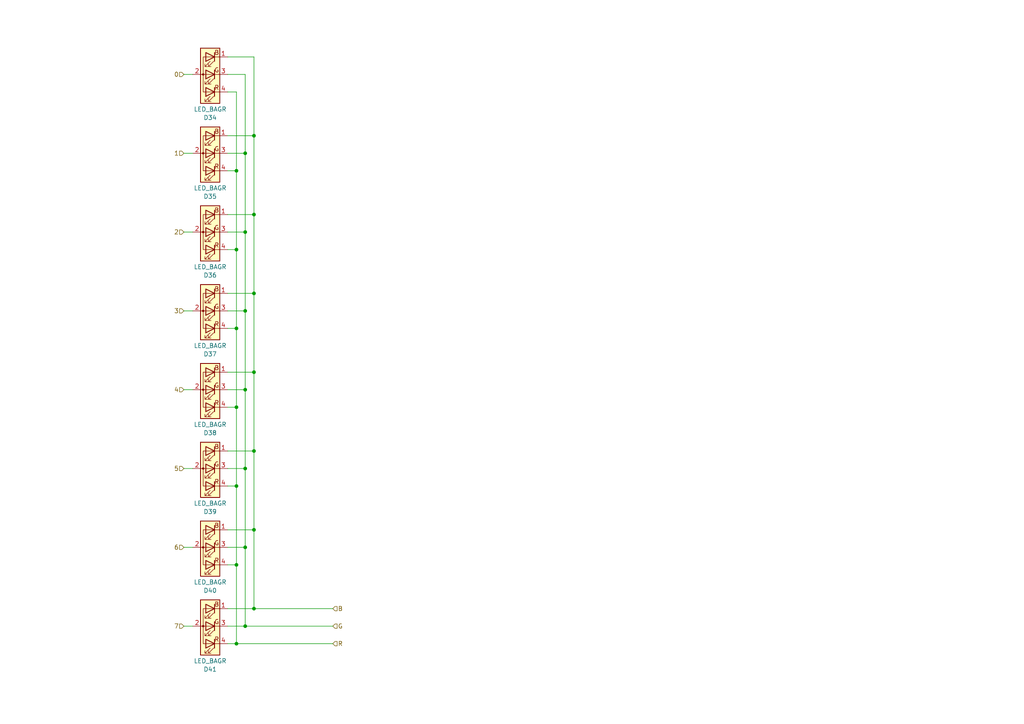
<source format=kicad_sch>
(kicad_sch (version 20230121) (generator eeschema)
  (paper "A4")
  (lib_symbols
    (symbol "Device:LED_BAGR" (pin_names (offset 0) hide)
      (property "Reference" "D" (at 0 9.398 0))
      (property "Value" "LED_BAGR" (at 0 -8.89 0))
      (symbol "LED_BAGR_0_0"
        (text "B" (at -1.905 -6.35 0) (effects (font (size 1.27 1.27))))
        (text "G" (at -1.905 -1.27 0) (effects (font (size 1.27 1.27))))
        (text "R" (at -1.905 3.81 0) (effects (font (size 1.27 1.27))))
      )
      (symbol "LED_BAGR_0_1"
        (polyline (pts (xy -1.27 -5.08) (xy -2.54 -5.08)))
        (polyline (pts (xy -1.27 -5.08) (xy 1.27 -5.08)))
        (polyline (pts (xy -1.27 -3.81) (xy -1.27 -6.35)) (stroke (width 0.254)))
        (polyline (pts (xy -1.27 0) (xy -2.54 0)))
        (polyline (pts (xy -1.27 1.27) (xy -1.27 -1.27)) (stroke (width 0.254)))
        (polyline (pts (xy -1.27 5.08) (xy -2.54 5.08)))
        (polyline (pts (xy -1.27 5.08) (xy 1.27 5.08)))
        (polyline (pts (xy -1.27 6.35) (xy -1.27 3.81)) (stroke (width 0.254)))
        (polyline (pts (xy 1.27 0) (xy -1.27 0)))
        (polyline (pts (xy 1.27 0) (xy 2.54 0)))
        (polyline (pts (xy -1.27 1.27) (xy -1.27 -1.27) (xy -1.27 -1.27)))
        (polyline (pts (xy -1.27 6.35) (xy -1.27 3.81) (xy -1.27 3.81)))
        (polyline (pts (xy 1.27 -5.08) (xy 2.032 -5.08) (xy 2.032 5.08) (xy 1.27 5.08)))
        (polyline (pts (xy 1.27 -3.81) (xy 1.27 -6.35) (xy -1.27 -5.08) (xy 1.27 -3.81)) (stroke (width 0.254)))
        (polyline (pts (xy 1.27 1.27) (xy 1.27 -1.27) (xy -1.27 0) (xy 1.27 1.27)) (stroke (width 0.254)))
        (polyline (pts (xy 1.27 6.35) (xy 1.27 3.81) (xy -1.27 5.08) (xy 1.27 6.35)) (stroke (width 0.254)))
        (polyline (pts (xy -1.016 -3.81) (xy 0.508 -2.286) (xy -0.254 -2.286) (xy 0.508 -2.286) (xy 0.508 -3.048)))
        (polyline (pts (xy -1.016 1.27) (xy 0.508 2.794) (xy -0.254 2.794) (xy 0.508 2.794) (xy 0.508 2.032)))
        (polyline (pts (xy -1.016 6.35) (xy 0.508 7.874) (xy -0.254 7.874) (xy 0.508 7.874) (xy 0.508 7.112)))
        (polyline (pts (xy 0 -3.81) (xy 1.524 -2.286) (xy 0.762 -2.286) (xy 1.524 -2.286) (xy 1.524 -3.048)))
        (polyline (pts (xy 0 1.27) (xy 1.524 2.794) (xy 0.762 2.794) (xy 1.524 2.794) (xy 1.524 2.032)))
        (polyline (pts (xy 0 6.35) (xy 1.524 7.874) (xy 0.762 7.874) (xy 1.524 7.874) (xy 1.524 7.112)))
        (rectangle (start 1.27 -1.27) (end 1.27 1.27))
        (rectangle (start 1.27 1.27) (end 1.27 1.27))
        (rectangle (start 1.27 3.81) (end 1.27 6.35))
        (rectangle (start 1.27 6.35) (end 1.27 6.35))
        (circle (center 2.032 0) (radius 0.254) (fill (type outline)))
        (rectangle (start 2.794 8.382) (end -2.794 -7.62) (stroke (width 0.254)) (fill (type background)))
      )
      (symbol "LED_BAGR_1_1"
        (pin passive line (at -5.08 -5.08 0) (length 2.54) (name "BK") (number "1"))
        (pin passive line (at 5.08 0 180) (length 2.54) (name "A") (number "2"))
        (pin passive line (at -5.08 0 0) (length 2.54) (name "GK") (number "3"))
        (pin passive line (at -5.08 5.08 0) (length 2.54) (name "RK") (number "4"))
      )
    )
  )
  (junction (at 71.12 67.31))
  (junction (at 73.66 130.81))
  (junction (at 73.66 62.23))
  (junction (at 71.12 135.89))
  (junction (at 68.58 49.53))
  (junction (at 73.66 107.95))
  (junction (at 71.12 113.03))
  (junction (at 68.58 72.39))
  (junction (at 71.12 90.17))
  (junction (at 71.12 181.61))
  (junction (at 68.58 163.83))
  (junction (at 68.58 118.11))
  (junction (at 73.66 85.09))
  (junction (at 68.58 95.25))
  (junction (at 68.58 140.97))
  (junction (at 73.66 39.37))
  (junction (at 73.66 153.67))
  (junction (at 71.12 158.75))
  (junction (at 73.66 176.53))
  (junction (at 68.58 186.69))
  (junction (at 71.12 44.45))
  (wire (pts (xy 73.66 107.95) (xy 73.66 85.09)))
  (wire (pts (xy 53.34 181.61) (xy 55.88 181.61)))
  (wire (pts (xy 71.12 135.89) (xy 66.04 135.89)))
  (wire (pts (xy 71.12 67.31) (xy 71.12 44.45)))
  (wire (pts (xy 73.66 176.53) (xy 96.52 176.53)))
  (wire (pts (xy 71.12 113.03) (xy 66.04 113.03)))
  (wire (pts (xy 53.34 135.89) (xy 55.88 135.89)))
  (wire (pts (xy 53.34 67.31) (xy 55.88 67.31)))
  (wire (pts (xy 66.04 140.97) (xy 68.58 140.97)))
  (wire (pts (xy 66.04 158.75) (xy 71.12 158.75)))
  (wire (pts (xy 68.58 26.67) (xy 66.04 26.67)))
  (wire (pts (xy 71.12 158.75) (xy 71.12 135.89)))
  (wire (pts (xy 68.58 186.69) (xy 96.52 186.69)))
  (wire (pts (xy 53.34 90.17) (xy 55.88 90.17)))
  (wire (pts (xy 66.04 181.61) (xy 71.12 181.61)))
  (wire (pts (xy 71.12 21.59) (xy 66.04 21.59)))
  (wire (pts (xy 68.58 118.11) (xy 68.58 95.25)))
  (wire (pts (xy 73.66 16.51) (xy 66.04 16.51)))
  (wire (pts (xy 71.12 90.17) (xy 71.12 67.31)))
  (wire (pts (xy 71.12 158.75) (xy 71.12 181.61)))
  (wire (pts (xy 73.66 107.95) (xy 66.04 107.95)))
  (wire (pts (xy 71.12 44.45) (xy 71.12 21.59)))
  (wire (pts (xy 66.04 153.67) (xy 73.66 153.67)))
  (wire (pts (xy 66.04 186.69) (xy 68.58 186.69)))
  (wire (pts (xy 68.58 72.39) (xy 68.58 49.53)))
  (wire (pts (xy 71.12 90.17) (xy 66.04 90.17)))
  (wire (pts (xy 73.66 62.23) (xy 73.66 39.37)))
  (wire (pts (xy 73.66 85.09) (xy 73.66 62.23)))
  (wire (pts (xy 71.12 44.45) (xy 66.04 44.45)))
  (wire (pts (xy 53.34 21.59) (xy 55.88 21.59)))
  (wire (pts (xy 71.12 181.61) (xy 96.52 181.61)))
  (wire (pts (xy 73.66 85.09) (xy 66.04 85.09)))
  (wire (pts (xy 71.12 67.31) (xy 66.04 67.31)))
  (wire (pts (xy 71.12 135.89) (xy 71.12 113.03)))
  (wire (pts (xy 73.66 39.37) (xy 73.66 16.51)))
  (wire (pts (xy 53.34 44.45) (xy 55.88 44.45)))
  (wire (pts (xy 68.58 49.53) (xy 66.04 49.53)))
  (wire (pts (xy 73.66 153.67) (xy 73.66 130.81)))
  (wire (pts (xy 73.66 130.81) (xy 66.04 130.81)))
  (wire (pts (xy 53.34 158.75) (xy 55.88 158.75)))
  (wire (pts (xy 73.66 130.81) (xy 73.66 107.95)))
  (wire (pts (xy 73.66 39.37) (xy 66.04 39.37)))
  (wire (pts (xy 68.58 49.53) (xy 68.58 26.67)))
  (wire (pts (xy 66.04 163.83) (xy 68.58 163.83)))
  (wire (pts (xy 68.58 118.11) (xy 66.04 118.11)))
  (wire (pts (xy 53.34 113.03) (xy 55.88 113.03)))
  (wire (pts (xy 73.66 153.67) (xy 73.66 176.53)))
  (wire (pts (xy 68.58 95.25) (xy 68.58 72.39)))
  (wire (pts (xy 68.58 72.39) (xy 66.04 72.39)))
  (wire (pts (xy 68.58 95.25) (xy 66.04 95.25)))
  (wire (pts (xy 66.04 176.53) (xy 73.66 176.53)))
  (wire (pts (xy 68.58 140.97) (xy 68.58 118.11)))
  (wire (pts (xy 71.12 113.03) (xy 71.12 90.17)))
  (wire (pts (xy 68.58 140.97) (xy 68.58 163.83)))
  (wire (pts (xy 68.58 163.83) (xy 68.58 186.69)))
  (wire (pts (xy 73.66 62.23) (xy 66.04 62.23)))
  (hierarchical_label "2" (shape input) (at 53.34 67.31 180))
  (hierarchical_label "7" (shape input) (at 53.34 181.61 180))
  (hierarchical_label "0" (shape input) (at 53.34 21.59 180))
  (hierarchical_label "1" (shape input) (at 53.34 44.45 180))
  (hierarchical_label "4" (shape input) (at 53.34 113.03 180))
  (hierarchical_label "6" (shape input) (at 53.34 158.75 180))
  (hierarchical_label "5" (shape input) (at 53.34 135.89 180))
  (hierarchical_label "3" (shape input) (at 53.34 90.17 180))
  (hierarchical_label "R" (shape input) (at 96.52 186.69 0))
  (hierarchical_label "G" (shape input) (at 96.52 181.61 0))
  (hierarchical_label "B" (shape input) (at 96.52 176.53 0))
  (symbol (lib_id "Device:LED_BAGR") (at 60.96 67.31 180) (unit 1)
    (property "Reference" "D36" (at 60.96 79.8363 0))
    (property "Value" "LED_BAGR" (at 60.96 77.4121 0))
    (property "Footprint" "xenua:LED_RGB_1616" (effects hide))
    (instances (project "rgb501" (path "" (reference "D36") (unit 1)) (path "" (reference "D44") (unit 1)) (path "" (reference "D52") (unit 1)) (path "" (reference "D60") (unit 1)) (path "" (reference "D68") (unit 1)) (path "" (reference "D76") (unit 1))))
  )
  (symbol (lib_id "Device:LED_BAGR") (at 60.96 44.45 180) (unit 1)
    (property "Reference" "D35" (at 60.96 56.9763 0))
    (property "Value" "LED_BAGR" (at 60.96 54.5521 0))
    (property "Footprint" "xenua:LED_RGB_1616" (effects hide))
    (instances (project "rgb501" (path "" (reference "D35") (unit 1)) (path "" (reference "D43") (unit 1)) (path "" (reference "D51") (unit 1)) (path "" (reference "D59") (unit 1)) (path "" (reference "D67") (unit 1)) (path "" (reference "D75") (unit 1))))
  )
  (symbol (lib_id "Device:LED_BAGR") (at 60.96 158.75 180) (unit 1)
    (property "Reference" "D40" (at 60.96 171.2763 0))
    (property "Value" "LED_BAGR" (at 60.96 168.8521 0))
    (property "Footprint" "xenua:LED_RGB_1616" (effects hide))
    (instances (project "rgb501" (path "" (reference "D40") (unit 1)) (path "" (reference "D48") (unit 1)) (path "" (reference "D56") (unit 1)) (path "" (reference "D64") (unit 1)) (path "" (reference "D72") (unit 1)) (path "" (reference "D80") (unit 1))))
  )
  (symbol (lib_id "Device:LED_BAGR") (at 60.96 181.61 180) (unit 1)
    (property "Reference" "D41" (at 60.96 194.1363 0))
    (property "Value" "LED_BAGR" (at 60.96 191.7121 0))
    (property "Footprint" "xenua:LED_RGB_1616" (effects hide))
    (instances (project "rgb501" (path "" (reference "D41") (unit 1)) (path "" (reference "D49") (unit 1)) (path "" (reference "D57") (unit 1)) (path "" (reference "D65") (unit 1)) (path "" (reference "D73") (unit 1)) (path "" (reference "D81") (unit 1))))
  )
  (symbol (lib_id "Device:LED_BAGR") (at 60.96 113.03 180) (unit 1)
    (property "Reference" "D38" (at 60.96 125.5563 0))
    (property "Value" "LED_BAGR" (at 60.96 123.1321 0))
    (property "Footprint" "xenua:LED_RGB_1616" (effects hide))
    (instances (project "rgb501" (path "" (reference "D38") (unit 1)) (path "" (reference "D46") (unit 1)) (path "" (reference "D54") (unit 1)) (path "" (reference "D62") (unit 1)) (path "" (reference "D70") (unit 1)) (path "" (reference "D78") (unit 1))))
  )
  (symbol (lib_id "Device:LED_BAGR") (at 60.96 90.17 180) (unit 1)
    (property "Reference" "D37" (at 60.96 102.6963 0))
    (property "Value" "LED_BAGR" (at 60.96 100.2721 0))
    (property "Footprint" "xenua:LED_RGB_1616" (effects hide))
    (instances (project "rgb501" (path "" (reference "D37") (unit 1)) (path "" (reference "D45") (unit 1)) (path "" (reference "D53") (unit 1)) (path "" (reference "D61") (unit 1)) (path "" (reference "D69") (unit 1)) (path "" (reference "D77") (unit 1))))
  )
  (symbol (lib_id "Device:LED_BAGR") (at 60.96 21.59 180) (unit 1)
    (property "Reference" "D34" (at 60.96 34.1163 0))
    (property "Value" "LED_BAGR" (at 60.96 31.6921 0))
    (property "Footprint" "xenua:LED_RGB_1616" (effects hide))
    (instances (project "rgb501" (path "" (reference "D34") (unit 1)) (path "" (reference "D42") (unit 1)) (path "" (reference "D50") (unit 1)) (path "" (reference "D58") (unit 1)) (path "" (reference "D66") (unit 1)) (path "" (reference "D74") (unit 1))))
  )
  (symbol (lib_id "Device:LED_BAGR") (at 60.96 135.89 180) (unit 1)
    (property "Reference" "D39" (at 60.96 148.4163 0))
    (property "Value" "LED_BAGR" (at 60.96 145.9921 0))
    (property "Footprint" "xenua:LED_RGB_1616" (effects hide))
    (instances (project "rgb501" (path "" (reference "D39") (unit 1)) (path "" (reference "D47") (unit 1)) (path "" (reference "D55") (unit 1)) (path "" (reference "D63") (unit 1)) (path "" (reference "D71") (unit 1)) (path "" (reference "D79") (unit 1))))
  )
)
</source>
